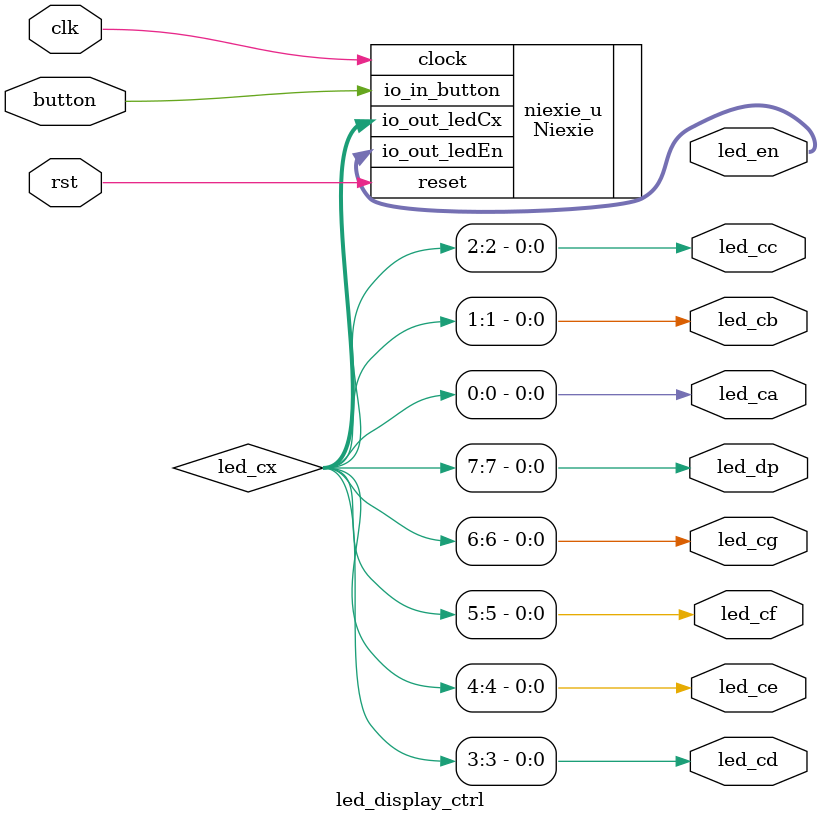
<source format=v>
module led_display_ctrl (
	input  wire       clk   ,
	input  wire       rst   ,
	input  wire       button,
	output wire [7:0] led_en,
	output wire       led_ca,
	output wire       led_cb,
	output wire       led_cc,
	output wire       led_cd,
	output wire       led_ce,
	output wire       led_cf,
	output wire       led_cg,
	output wire       led_dp 
);
	
	wire [7:0] led_cx;
	assign {led_dp, led_cg, led_cf, led_ce, led_cd, led_cc, led_cb, led_ca} = led_cx;

	Niexie niexie_u(
		.clock(clk),
		.reset(rst),
		.io_in_button(button),
		.io_out_ledCx(led_cx),
		.io_out_ledEn(led_en)
	);
	
endmodule
</source>
